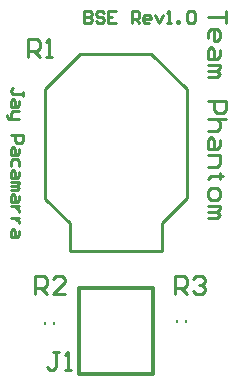
<source format=gto>
G04*
G04 #@! TF.GenerationSoftware,Altium Limited,Altium Designer,18.1.11 (251)*
G04*
G04 Layer_Color=65535*
%FSLAX42Y42*%
%MOMM*%
G71*
G01*
G75*
%ADD10C,0.20*%
%ADD11C,0.25*%
%ADD12C,0.30*%
D10*
X1462Y590D02*
Y610D01*
X1538Y590D02*
Y610D01*
X420Y570D02*
Y590D01*
X345Y570D02*
Y590D01*
D11*
X347Y1633D02*
Y2562D01*
X1248Y2860D02*
X1248D01*
X1548Y2560D01*
X347Y2562D02*
X643Y2858D01*
X645Y2860D02*
X1248D01*
X643Y2858D02*
X645Y2860D01*
X347Y1633D02*
X555Y1425D01*
X1548Y1640D02*
Y2560D01*
X1338Y1430D02*
X1548Y1640D01*
X1338Y1195D02*
Y1430D01*
X555Y1198D02*
X557Y1195D01*
X555Y1198D02*
Y1425D01*
X557Y1195D02*
X1338D01*
X159Y2508D02*
Y2541D01*
Y2525D01*
X75D01*
X59Y2541D01*
Y2558D01*
X75Y2575D01*
X125Y2458D02*
Y2425D01*
X109Y2408D01*
X59D01*
Y2458D01*
X75Y2475D01*
X92Y2458D01*
Y2408D01*
X125Y2375D02*
X75D01*
X59Y2358D01*
Y2308D01*
X42D01*
X25Y2325D01*
Y2341D01*
X59Y2308D02*
X125D01*
X59Y2175D02*
X159D01*
Y2125D01*
X142Y2108D01*
X109D01*
X92Y2125D01*
Y2175D01*
X125Y2058D02*
Y2025D01*
X109Y2008D01*
X59D01*
Y2058D01*
X75Y2075D01*
X92Y2058D01*
Y2008D01*
X125Y1908D02*
Y1958D01*
X109Y1975D01*
X75D01*
X59Y1958D01*
Y1908D01*
X125Y1858D02*
Y1825D01*
X109Y1808D01*
X59D01*
Y1858D01*
X75Y1875D01*
X92Y1858D01*
Y1808D01*
X59Y1775D02*
X125D01*
Y1758D01*
X109Y1742D01*
X59D01*
X109D01*
X125Y1725D01*
X109Y1708D01*
X59D01*
X125Y1658D02*
Y1625D01*
X109Y1608D01*
X59D01*
Y1658D01*
X75Y1675D01*
X92Y1658D01*
Y1608D01*
X125Y1575D02*
X59D01*
X92D01*
X109Y1558D01*
X125Y1542D01*
Y1525D01*
Y1475D02*
X59D01*
X92D01*
X109Y1458D01*
X125Y1442D01*
Y1425D01*
Y1358D02*
Y1325D01*
X109Y1308D01*
X59D01*
Y1358D01*
X75Y1375D01*
X92Y1358D01*
Y1308D01*
X680Y3225D02*
Y3125D01*
X730D01*
X746Y3142D01*
Y3159D01*
X730Y3175D01*
X680D01*
X730D01*
X746Y3192D01*
Y3209D01*
X730Y3225D01*
X680D01*
X846Y3209D02*
X830Y3225D01*
X796D01*
X780Y3209D01*
Y3192D01*
X796Y3175D01*
X830D01*
X846Y3159D01*
Y3142D01*
X830Y3125D01*
X796D01*
X780Y3142D01*
X946Y3225D02*
X880D01*
Y3125D01*
X946D01*
X880Y3175D02*
X913D01*
X1080Y3125D02*
Y3225D01*
X1130D01*
X1146Y3209D01*
Y3175D01*
X1130Y3159D01*
X1080D01*
X1113D02*
X1146Y3125D01*
X1230D02*
X1196D01*
X1180Y3142D01*
Y3175D01*
X1196Y3192D01*
X1230D01*
X1246Y3175D01*
Y3159D01*
X1180D01*
X1280Y3192D02*
X1313Y3125D01*
X1346Y3192D01*
X1380Y3125D02*
X1413D01*
X1396D01*
Y3225D01*
X1380Y3209D01*
X1463Y3125D02*
Y3142D01*
X1480D01*
Y3125D01*
X1463D01*
X1546Y3209D02*
X1563Y3225D01*
X1596D01*
X1613Y3209D01*
Y3142D01*
X1596Y3125D01*
X1563D01*
X1546Y3142D01*
Y3209D01*
X1878Y3225D02*
Y3123D01*
Y3174D01*
X1725D01*
Y2996D02*
Y3047D01*
X1751Y3072D01*
X1802D01*
X1827Y3047D01*
Y2996D01*
X1802Y2971D01*
X1776D01*
Y3072D01*
X1827Y2895D02*
Y2844D01*
X1802Y2818D01*
X1725D01*
Y2895D01*
X1751Y2920D01*
X1776Y2895D01*
Y2818D01*
X1725Y2768D02*
X1827D01*
Y2742D01*
X1802Y2717D01*
X1725D01*
X1802D01*
X1827Y2691D01*
X1802Y2666D01*
X1725D01*
Y2463D02*
X1878D01*
Y2387D01*
X1852Y2361D01*
X1802D01*
X1776Y2387D01*
Y2463D01*
X1878Y2311D02*
X1725D01*
X1802D01*
X1827Y2285D01*
Y2234D01*
X1802Y2209D01*
X1725D01*
X1827Y2133D02*
Y2082D01*
X1802Y2057D01*
X1725D01*
Y2133D01*
X1751Y2158D01*
X1776Y2133D01*
Y2057D01*
X1725Y2006D02*
X1827D01*
Y1930D01*
X1802Y1904D01*
X1725D01*
X1852Y1828D02*
X1827D01*
Y1854D01*
Y1803D01*
Y1828D01*
X1751D01*
X1725Y1803D01*
Y1701D02*
Y1650D01*
X1751Y1625D01*
X1802D01*
X1827Y1650D01*
Y1701D01*
X1802Y1727D01*
X1751D01*
X1725Y1701D01*
Y1574D02*
X1827D01*
Y1549D01*
X1802Y1523D01*
X1725D01*
X1802D01*
X1827Y1498D01*
X1802Y1473D01*
X1725D01*
X1447Y830D02*
Y982D01*
X1523D01*
X1549Y957D01*
Y906D01*
X1523Y880D01*
X1447D01*
X1498D02*
X1549Y830D01*
X1600Y957D02*
X1625Y982D01*
X1676D01*
X1701Y957D01*
Y931D01*
X1676Y906D01*
X1650D01*
X1676D01*
X1701Y880D01*
Y855D01*
X1676Y830D01*
X1625D01*
X1600Y855D01*
X462Y335D02*
X411D01*
X436D01*
Y208D01*
X411Y182D01*
X385D01*
X360Y208D01*
X512Y182D02*
X563D01*
X538D01*
Y335D01*
X512Y309D01*
X200Y2838D02*
Y2990D01*
X276D01*
X302Y2964D01*
Y2914D01*
X276Y2888D01*
X200D01*
X251D02*
X302Y2838D01*
X352D02*
X403D01*
X378D01*
Y2990D01*
X352Y2964D01*
X260Y830D02*
Y982D01*
X336D01*
X362Y957D01*
Y906D01*
X336Y880D01*
X260D01*
X311D02*
X362Y830D01*
X514D02*
X412D01*
X514Y931D01*
Y957D01*
X489Y982D01*
X438D01*
X412Y957D01*
D12*
X635Y150D02*
X1260D01*
X635Y882D02*
X1260D01*
X635Y150D02*
Y882D01*
X1260Y150D02*
Y882D01*
M02*

</source>
